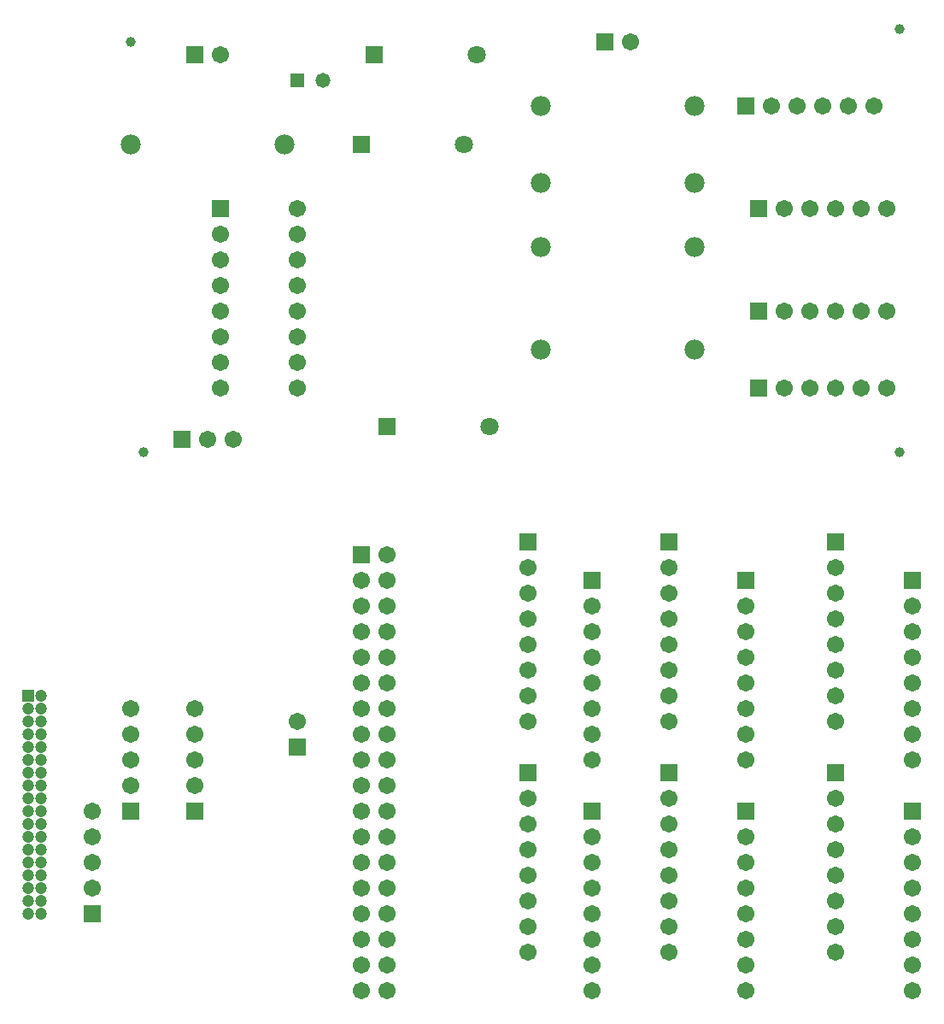
<source format=gbr>
G04 DipTrace 2.4.0.2*
%INBottomMask.gbr*%
%MOIN*%
%ADD27C,0.0394*%
%ADD35C,0.0474*%
%ADD37R,0.0474X0.0474*%
%ADD39R,0.058X0.058*%
%ADD41C,0.058*%
%ADD45C,0.078*%
%ADD47C,0.078*%
%ADD49C,0.0671*%
%ADD51R,0.0671X0.0671*%
%ADD53R,0.071X0.071*%
%ADD55C,0.071*%
%FSLAX44Y44*%
G04*
G70*
G90*
G75*
G01*
%LNBotMask*%
%LPD*%
D55*
X23440Y42440D3*
D53*
X19440D3*
D55*
X22940Y38940D3*
D53*
X18940D3*
D55*
X23940Y27940D3*
D53*
X19940D3*
D51*
X11940Y27440D3*
D49*
X12940D3*
X13940D3*
D51*
X12440Y42440D3*
D49*
X13440D3*
D51*
X33940Y40440D3*
D49*
X34940D3*
X35940D3*
X36940D3*
X37940D3*
X38940D3*
D51*
X34440Y36440D3*
D49*
X35440D3*
X36440D3*
X37440D3*
X38440D3*
X39440D3*
D51*
X34440Y32440D3*
D49*
X35440D3*
X36440D3*
X37440D3*
X38440D3*
X39440D3*
D51*
X34440Y29440D3*
D49*
X35440D3*
X36440D3*
X37440D3*
X38440D3*
X39440D3*
D51*
X28440Y42940D3*
D49*
X29440D3*
D47*
X31940Y40440D3*
D45*
X25940D3*
D47*
X31940Y37440D3*
D45*
X25940D3*
D47*
X31940Y34940D3*
D45*
X25940D3*
D47*
X31940Y30940D3*
D45*
X25940D3*
D51*
X13440Y36440D3*
D49*
Y35440D3*
Y34440D3*
Y33440D3*
Y32440D3*
Y31440D3*
Y30440D3*
Y29440D3*
X16440D3*
Y30440D3*
Y31440D3*
Y32440D3*
Y33440D3*
Y34440D3*
Y35440D3*
Y36440D3*
D41*
X17440Y41440D3*
D39*
X16440D3*
D47*
X15940Y38940D3*
D45*
X9940D3*
D27*
Y42940D3*
X10440Y26940D3*
X39940D3*
Y43440D3*
D51*
X9940Y12940D3*
D49*
Y13940D3*
Y14940D3*
Y15940D3*
Y16940D3*
D37*
X5940Y17440D3*
D35*
X6440D3*
X5940Y16940D3*
X6440D3*
X5940Y16440D3*
X6440D3*
X5940Y15940D3*
X6440D3*
X5940Y15440D3*
X6440D3*
X5940Y14940D3*
X6440D3*
X5940Y14440D3*
X6440D3*
X5940Y13940D3*
X6440D3*
X5940Y13440D3*
X6440D3*
X5940Y12940D3*
X6440D3*
X5940Y12440D3*
X6440D3*
X5940Y11940D3*
X6440D3*
X5940Y11440D3*
X6440D3*
X5940Y10940D3*
X6440D3*
X5940Y10440D3*
X6440D3*
X5940Y9940D3*
X6440D3*
X5940Y9440D3*
X6440D3*
X5940Y8940D3*
X6440D3*
D51*
X12440Y12940D3*
D49*
Y13940D3*
Y14940D3*
Y15940D3*
Y16940D3*
D51*
X8440Y8940D3*
D49*
Y9940D3*
Y10940D3*
Y11940D3*
Y12940D3*
D51*
X18940Y22940D3*
D49*
X19940D3*
X18940Y21940D3*
X19940D3*
X18940Y20940D3*
X19940D3*
X18940Y19940D3*
X19940D3*
X18940Y18940D3*
X19940D3*
X18940Y17940D3*
X19940D3*
X18940Y16940D3*
X19940D3*
X18940Y15940D3*
X19940D3*
X18940Y14940D3*
X19940D3*
X18940Y13940D3*
X19940D3*
X18940Y12940D3*
X19940D3*
X18940Y11940D3*
X19940D3*
X18940Y10940D3*
X19940D3*
X18940Y9940D3*
X19940D3*
X18940Y8940D3*
X19940D3*
X18940Y7940D3*
X19940D3*
X18940Y6940D3*
X19940D3*
X18940Y5940D3*
X19940D3*
D51*
X25440Y23440D3*
D49*
Y22440D3*
Y21440D3*
Y20440D3*
Y19440D3*
Y18440D3*
Y17440D3*
Y16440D3*
D51*
X30940Y23440D3*
D49*
Y22440D3*
Y21440D3*
Y20440D3*
Y19440D3*
Y18440D3*
Y17440D3*
Y16440D3*
D51*
X27940Y21940D3*
D49*
Y20940D3*
Y19940D3*
Y18940D3*
Y17940D3*
Y16940D3*
Y15940D3*
Y14940D3*
D51*
X33940Y21940D3*
D49*
Y20940D3*
Y19940D3*
Y18940D3*
Y17940D3*
Y16940D3*
Y15940D3*
Y14940D3*
D51*
X37440Y23440D3*
D49*
Y22440D3*
Y21440D3*
Y20440D3*
Y19440D3*
Y18440D3*
Y17440D3*
Y16440D3*
D51*
X40440Y21940D3*
D49*
Y20940D3*
Y19940D3*
Y18940D3*
Y17940D3*
Y16940D3*
Y15940D3*
Y14940D3*
D51*
X25440Y14440D3*
D49*
Y13440D3*
Y12440D3*
Y11440D3*
Y10440D3*
Y9440D3*
Y8440D3*
Y7440D3*
D51*
X30940Y14440D3*
D49*
Y13440D3*
Y12440D3*
Y11440D3*
Y10440D3*
Y9440D3*
Y8440D3*
Y7440D3*
D51*
X27940Y12940D3*
D49*
Y11940D3*
Y10940D3*
Y9940D3*
Y8940D3*
Y7940D3*
Y6940D3*
Y5940D3*
D51*
X33940Y12940D3*
D49*
Y11940D3*
Y10940D3*
Y9940D3*
Y8940D3*
Y7940D3*
Y6940D3*
Y5940D3*
D51*
X37440Y14440D3*
D49*
Y13440D3*
Y12440D3*
Y11440D3*
Y10440D3*
Y9440D3*
Y8440D3*
Y7440D3*
D51*
X40440Y12940D3*
D49*
Y11940D3*
Y10940D3*
Y9940D3*
Y8940D3*
Y7940D3*
Y6940D3*
Y5940D3*
D51*
X16440Y15440D3*
D49*
Y16440D3*
M02*

</source>
